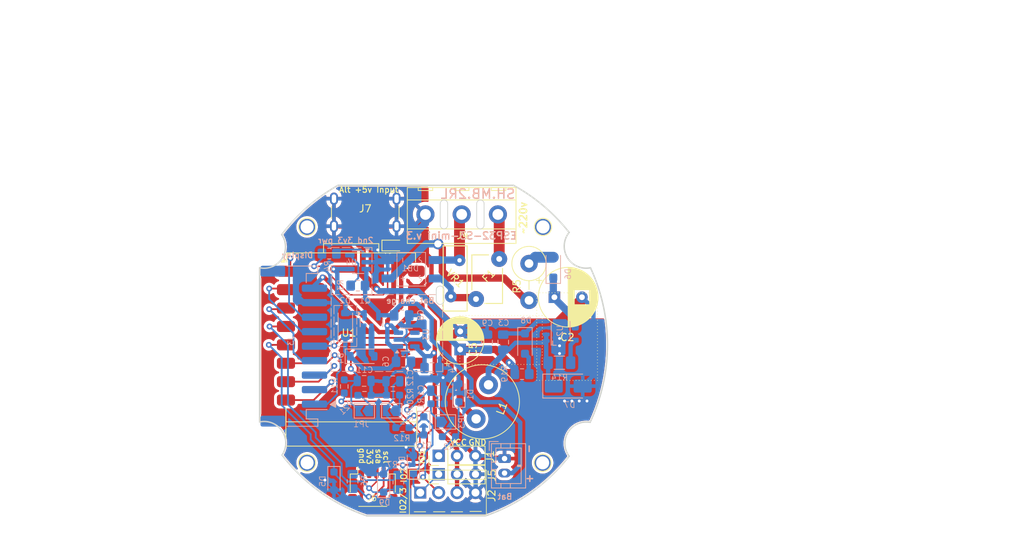
<source format=kicad_pcb>
(kicad_pcb (version 20241229) (generator "pcbnew") (generator_version "9.0")
  (title_block (title "SMHome univeral board ESP320-C3") (date "2023-10-01") (rev "12") (company "Home"))
  (layers (0 "F.Cu" signal) (2 "B.Cu" signal) (13 "F.Paste" user) (15 "B.Paste" user) (5 "F.SilkS" user "F.Silkscreen") (7 "B.SilkS" user "B.Silkscreen") (1 "F.Mask" user) (3 "B.Mask" user) (25 "Edge.Cuts" user))
  (net 0 "")
  (net 5 "GND")
  (net 6 "Net-(D6-K)")
  (net 7 "Net-(D7-K)")
  (net 8 "Net-(D8-K)")
  (net 9 "+5V")
  (net 10 "Net-(D6-A)")
  (net 11 "Net-(D8-A)")
  (net 12 "Net-(D11-K)")
  (net 13 "+220")
  (net 14 "L_fuse")
  (net 15 "N")
  (net 16 "L")
  (net 17 "Net-(U2-CS)")
  (net 18 "ADC3")
  (net 19 "Net-(D1-K)")
  (net 20 "Net-(JP3-A)")
  (net 21 "SS")
  (net 22 "MOSI")
  (net 23 "MISO")
  (net 24 "SCK")
  (net 25 "LED_PWM")
  (net 26 "RST")
  (net 27 "D{slash}C")
  (net 28 "ADC1")
  (net 29 "ADC2")
  (net 30 "Net-(D12-K)")
  (net 31 "Net-(JP1-A)")
  (net 32 "Net-(JP2-A)")
  (net 33 "SDA")
  (net 34 "SCL")
  (net 35 "+3V3")
  (net 39 "VCC")
  (net 40 "Net-(J8-Pin_2)")
  (net 41 "Net-(U4-PROG)")
  (net 42 "Net-(U4-STAT)")
  (net 43 "Net-(D3-K)")
  (net 44 "Net-(D4-A)")
  (footprint "Connector_PinHeader_2.54mm:PinHeader_1x03_P2.54mm_Vertical" (layer "F.Cu") (at 150.138 120.3706 90)
    (property "Reference" "J1")
    (property "Value" "K128_P3" (hide yes))
  )
  (footprint "Resistor_THT:R_Axial_DIN0414_L11.9mm_D4.5mm_P5.08mm_Vertical" (layer "F.Cu") (at 162.6108 93.8276 -90)
    (property "Reference" "R5")
    (property "Value" "10R")
  )
  (footprint "Connector_USB:USB_C_Receptacle_GCT_USB4125-xx-x_6P_TopMnt_Horizontal" (layer "F.Cu") (at 140.0048 85.6742 180)
    (property "Reference" "J7")
    (property "Value" "USB_C_Receptacle_PowerOnly_6P")
  )
  (footprint "Fuse_Local:RF145_D6.5mm_W4mm" (layer "F.Cu") (at 156.8196 96.0882 -90)
    (property "Reference" "F1")
    (property "Value" "250v/0.12A")
  )
  (footprint "TestPoint:TestPoint_THTPad_D2.0mm_Drill1.0mm" (layer "F.Cu") (at 164.5412 88.773)
    (property "Reference" "TP4" (hide yes))
    (property "Value" "TestPoint" (hide yes))
  )
  (footprint "LED_SMD:LED_0603_1608Metric_Pad1.05x0.95mm_HandSolder" (layer "F.Cu") (at 143.9672 91.3384)
    (property "Reference" "D3" (hide yes))
    (property "Value" "LED")
  )
  (footprint "Capacitor_THT:CP_Radial_D6.3mm_P2.50mm" (layer "F.Cu") (at 153.1112 105.6894 90)
    (property "Reference" "C5")
    (property "Value" "680uF")
  )
  (footprint "TestPoint:TestPoint_THTPad_D2.0mm_Drill1.0mm" (layer "F.Cu") (at 164.4904 121.3358)
    (property "Reference" "TP2" (hide yes))
    (property "Value" "TestPoint" (hide yes))
  )
  (footprint "Inductor_THT:L_Radial_D10.0mm_P5.00mm_Fastron_07P" (layer "F.Cu") (at 157.0228 110.5662 -110)
    (property "Reference" "L1")
    (property "Value" "320uH")
  )
  (footprint "Capacitor_THT:CP_Radial_D8.0mm_P3.80mm" (layer "F.Cu") (at 166.116 98.4758)
    (property "Reference" "C2")
    (property "Value" "4,7uF")
  )
  (footprint "TestPoint:TestPoint_THTPad_D2.0mm_Drill1.0mm" (layer "F.Cu") (at 131.9784 88.773)
    (property "Reference" "TP5" (hide yes))
    (property "Value" "TestPoint" (hide yes))
  )
  (footprint "WIFI_Module:ESP32-C3_Pro_mini_no_keepout" (layer "F.Cu") (at 138.0617 103.7844)
    (property "Reference" "U1")
    (property "Value" "ESP32 C3 Pro Mini")
  )
  (footprint "TerminalBlock_Degson:DG301-5.0-03P" (layer "F.Cu") (at 153.3144 87.0458 180)
    (property "Reference" "J4")
    (property "Value" "220V input Screw connector pitch 5мм")
  )
  (footprint "Connector_PinHeader_2.54mm:PinHeader_1x03_P2.54mm_Vertical" (layer "F.Cu") (at 150.138 122.9106 90)
    (property "Reference" "J5")
    (property "Value" "K128_P3" (hide yes))
  )
  (footprint "Varistor:RV_Disc_D9mm_W3.3mm_P5mm" (layer "F.Cu") (at 151.8158 98.385 90)
    (property "Reference" "VR1")
    (property "Value" "07D471K")
  )
  (footprint "TestPoint:TestPoint_THTPad_D2.0mm_Drill1.0mm" (layer "F.Cu") (at 131.9784 121.3358)
    (property "Reference" "TP3" (hide yes))
    (property "Value" "TestPoint" (hide yes))
  )
  (footprint "Connector_Phoenix_MPT:Phoenix Contact_MPT-0,5_4_2,54_P4" (layer "F.Cu") (at 151.384 125.4506)
    (property "Reference" "J2")
    (property "Value" "K128_P4")
  )
  (footprint "Connector_JST:JST_SH_SM04B-SRSS-TB_1x04-1MP_P1.00mm_Horizontal" (layer "F.Cu") (at 141.0462 124.6632)
    (property "Reference" "J6")
    (property "Value" "JST SH")
  )
  (footprint "Diode_SMD:D_SOD-323_HandSoldering" (layer "B.Cu") (at 152.9334 111.6584 90)
    (property "Reference" "D1")
    (property "Value" "PESD3V3L1BA")
  )
  (footprint "Diode_SMD:D_SOD-123" (layer "B.Cu") (at 137.2616 102.3112 90)
    (property "Reference" "D2")
    (property "Value" "1N5817WS")
  )
  (footprint "Resistor_SMD:R_0805_2012Metric_Pad1.20x1.40mm_HandSolder" (layer "B.Cu") (at 144.5768 124.0282 -90)
    (property "Reference" "R7")
    (property "Value" "4.7K")
  )
  (footprint "Resistor_SMD:R_0805_2012Metric_Pad1.20x1.40mm_HandSolder" (layer "B.Cu") (at 135.0264 92.456)
    (property "Reference" "R4")
    (property "Value" "470R")
  )
  (footprint "Diode_SMD:D_SMA" (layer "B.Cu") (at 168.021 110.744)
    (property "Reference" "D7")
    (property "Value" "ES1J")
  )
  (footprint "Jumper:SolderJumper-2_P1.3mm_Open_TrianglePad1.0x1.5mm" (layer "B.Cu") (at 139.8778 114.173 180)
    (property "Reference" "JP1")
    (property "Value" "to ADC" (hide yes))
  )
  (footprint "Package_SO_Local:SOT33-5" (layer "B.Cu") (at 166.9796 103.0478)
    (property "Reference" "U2")
    (property "Value" "BP2525F")
  )
  (footprint "Capacitor_SMD:C_0805_2012Metric" (layer "B.Cu") (at 143.8148 110.0836 180)
    (property "Reference" "C12")
    (property "Value" "100nF")
  )
  (footprint "Connector_JST:JST_PH_S9B-PH-SM4-TB_1x09-1MP_P2.00mm_Horizontal" (layer "B.Cu") (at 130.1496 105.2322 90)
    (property "Reference" "J3")
    (property "Value" "S8B-PH-SM4-TB")
  )
  (footprint "Diode_local:MBS" (layer "B.Cu") (at 146.3548 94.615 90)
    (property "Reference" "DB1")
    (property "Value" "MB8S")
  )
  (footprint "Jumper:SolderJumper-2_P1.3mm_Open_TrianglePad1.0x1.5mm" (layer "B.Cu") (at 151.0792 115.697)
    (property "Reference" "JP3")
    (property "Value" "to ADC" (hide yes))
  )
  (footprint "Resistor_SMD:R_1206_3216Metric_Pad1.30x1.75mm_HandSolder" (layer "B.Cu") (at 166.801199 107.5182 180)
    (property "Reference" "R14")
    (property "Value" "0,3")
  )
  (footprint "Capacitor_SMD:C_0805_2012Metric_Pad1.18x1.45mm_HandSolder" (layer "B.Cu") (at 145.288 107.3912)
    (property "Reference" "C6")
    (property "Value" "1uF")
  )
  (footprint "Capacitor_SMD:C_0805_2012Metric_Pad1.18x1.45mm_HandSolder" (layer "B.Cu") (at 145.034 100.9904)
    (property "Reference" "C8")
    (property "Value" "4.7uF")
  )
  (footprint "Capacitor_SMD:C_0805_2012Metric_Pad1.18x1.45mm_HandSolder" (layer "B.Cu") (at 156.8196 104.6734 90)
    (property "Reference" "C9")
    (property "Value" "4.7uF")
  )
  (footprint "Resistor_SMD:R_0603_1608Metric_Pad0.98x0.95mm_HandSolder" (layer "B.Cu") (at 145.1356 116.4844 180)
    (property "Reference" "R12")
    (property "Value" "600R")
  )
  (footprint "Capacitor_SMD:C_0805_2012Metric_Pad1.18x1.45mm_HandSolder" (layer "B.Cu") (at 149.225 108.2548)
    (property "Reference" "C4")
    (property "Value" "1uF")
  )
  (footprint "Connector_JST:JST_PH_B2B-PH-K_1x02_P2.00mm_Vertical" (layer "B.Cu") (at 159.2326 120.7516 -90)
    (property "Reference" "J8" (hide yes))
    (property "Value" "Bat")
  )
  (footprint "Diode_SMD:D_SOD-323_HandSoldering" (layer "B.Cu") (at 146.6596 121.5644 90)
    (property "Reference" "D11")
    (property "Value" "PESD3V3L1BA")
  )
  (footprint "Jumper:SolderJumper-2_P1.3mm_Open_TrianglePad1.0x1.5mm" (layer "B.Cu") (at 143.6624 114.1476 180)
    (property "Reference" "JP2")
    (property "Value" "to ADC" (hide yes))
  )
  (footprint "Resistor_SMD:R_0603_1608Metric_Pad0.98x0.95mm_HandSolder" (layer "B.Cu") (at 149.987 113.1824)
    (property "Reference" "R1")
    (property "Value" "1K")
  )
  (footprint "Diode_SMD:D_SOD-323_HandSoldering" (layer "B.Cu") (at 148.082 116.2304 -90)
    (property "Reference" "D12")
    (property "Value" "PESD3V3L1BA")
  )
  (footprint "Capacitor_SMD:C_0805_2012Metric_Pad1.18x1.45mm_HandSolder" (layer "B.Cu") (at 159.0548 104.6734 -90)
    (property "Reference" "C3")
    (property "Value" "1uF")
  )
  (footprint "Package_TO_SOT_SMD:SOT-23-5" (layer "B.Cu") (at 139.0142 93.6385 180)
    (property "Reference" "U4")
    (property "Value" "MCP73831/2")
  )
  (footprint "Diode_SMD:D_SOD-323_HandSoldering" (layer "B.Cu") (at 135.6868 123.8504 -90)
    (property "Reference" "D5")
    (property "Value" "PESD3V3L1BA")
  )
  (footprint "Resistor_SMD:R_0603_1608Metric_Pad0.98x0.95mm_HandSolder" (layer "B.Cu") (at 137.1092 110.7948 90)
    (property "Reference" "R11")
    (property "Value" "600R")
  )
  (footprint "Resistor_SMD:R_0805_2012Metric_Pad1.20x1.40mm_HandSolder" (layer "B.Cu") (at 138.9888 96.8756 180)
    (property "Reference" "R3")
    (property "Value" "2K")
  )
  (footprint "Resistor_SMD:R_0805_2012Metric_Pad1.20x1.40mm_HandSolder" (layer "B.Cu") (at 161.6456 109.093)
    (property "Reference" "R19")
    (property "Value" "100R")
  )
  (footprint "Diode_SMD:D_SOD-123F" (layer "B.Cu") (at 165.9636 94.361 90)
    (property "Reference" "D6")
    (property "Value" "1N4007W (A7)")
  )
  (footprint "Diode_SMD:D_SOD-123F" (layer "B.Cu") (at 162.052 104.8766 -90)
    (property "Reference" "D8")
    (property "Value" "E1J/FR107")
  )
  (footprint "Resistor_SMD:R_0603_1608Metric_Pad0.98x0.95mm_HandSolder" (layer "B.Cu") (at 139.9013 112.014 180)
    (property "Reference" "R21")
    (property "Value" "1K")
  )
  (footprint "Resistor_SMD:R_0805_2012Metric_Pad1.20x1.40mm_HandSolder" (layer "B.Cu") (at 138.2522 123.9012 -90)
    (property "Reference" "R6")
    (property "Value" "4.7K")
  )
  (footprint "Capacitor_SMD:C_0805_2012Metric" (layer "B.Cu") (at 149.987 111.379)
    (property "Reference" "C1")
    (property "Value" "100nF")
  )
  (footprint "Diode_SMD:D_SOD-123" (layer "B.Cu") (at 139.5984 106.6292)
    (property "Reference" "D4")
    (property "Value" "1N5817WS")
  )
  (footprint "Package_TO_SOT_SMD:SOT-23-5" (layer "B.Cu") (at 145.7143 104.327999)
    (property "Reference" "U3")
    (property "Value" "LP5907MFX-3.3")
  )
  (footprint "Package_TO_SOT_SMD:SOT-23" (layer "B.Cu") (at 140.8684 101.9048 -90)
    (property "Reference" "Q1")
    (property "Value" "IRLML6402")
  )
  (footprint "Diode_SMD:D_SOD-323_HandSoldering" (layer "B.Cu") (at 142.5448 124.1298 90)
    (property "Reference" "D9")
    (property "Value" "PESD3V3L1BA")
  )
  (footprint "Capacitor_SMD:C_0805_2012Metric" (layer "B.Cu") (at 139.8505 110.0328)
    (property "Reference" "C11")
    (property "Value" "100nF")
  )
  (footprint "Resistor_SMD:R_0603_1608Metric_Pad0.98x0.95mm_HandSolder" (layer "B.Cu") (at 143.8402 111.9886 180)
    (property "Reference" "R20")
    (property "Value" "1K")
  )
  (footprint "Resistor_SMD:R_0603_1608Metric_Pad0.98x0.95mm_HandSolder" (layer "B.Cu") (at 151.5618 117.729 180)
    (property "Reference" "R2")
    (property "Value" "600R")
  )
  (gr_rect (start 153.0604 101.00182) (end 164.4396 107.75822) (stroke (width 0.1) (type dot)) (fill no) (layer "F.SilkS"))
  (gr_rect (start 163.6776 97.8662) (end 172.0596 109.9566) (stroke (width 0.1) (type dot)) (fill no) (layer "F.SilkS"))
  (gr_line (start 135.3312 108.712) (end 138.9126 108.712) (stroke (width 0.1) (type dash)) (layer "B.SilkS"))
  (gr_poly (pts (xy 135.9408 112.7252) (xy 135.128 113.284) (xy 135.9408 113.6904)) (stroke (width 0.1)) (fill yes) (layer "B.SilkS"))
  (gr_line (start 135.2804 91.6432) (end 135.2804 91.8464) (stroke (width 0.1) (type dash)) (layer "B.SilkS"))
  (gr_line (start 135.27405 108.6104) (end 135.3185 94.0308) (stroke (width 0.1) (type dash)) (layer "B.SilkS"))
  (gr_line (start 146.8247 108.7247) (end 150.6601 108.7374) (stroke (width 0.1) (type dash)) (layer "B.SilkS"))
  (gr_rect (start 135.6868 99.6188) (end 138.8364 105.283) (stroke (width 0.1) (type dash)) (fill no) (layer "B.SilkS"))
  (gr_line (start 135.3185 91.6178) (end 140.9319 91.6178) (stroke (width 0.1) (type dash)) (layer "B.SilkS"))
  (gr_line (start 141.3637 108.7247) (end 145.1991 108.7374) (stroke (width 0.1) (type dash)) (layer "B.SilkS"))
  (gr_line (start 140.9319 98.1202) (end 140.9319 91.6178) (stroke (width 0.1) (type dash)) (layer "B.SilkS"))
  (gr_line (start 150.6982 108.7374) (end 150.6855 99.568) (stroke (width 0.1) (type dash)) (layer "B.SilkS"))
  (gr_line (start 135.3058 98.1202) (end 149.7076 98.1202) (stroke (width 0.1) (type dash)) (layer "B.SilkS"))
  (gr_line (start 125.4252 94.4118) (end 125.4252 115.697) (stroke (width 0.2)) (layer "Edge.Cuts"))
  (gr_arc (start 150.876 98.9838) (mid 150.33101 99.470224) (end 149.8092 98.959013) (stroke (width 0.1)) (layer "Edge.Cuts"))
  (gr_arc (start 156.4132 88.520978) (mid 155.902479 89.037914) (end 155.3878 88.524935) (stroke (width 0.1)) (layer "Edge.Cuts"))
  (gr_arc (start 160.4772 83.032601) (mid 164.641363 85.895963) (end 168.148 89.535) (stroke (width 0.2)) (layer "Edge.Cuts"))
  (gr_arc (start 168.148 120.4214) (mid 168.003105 117.097822) (end 171.0436 115.7478) (stroke (width 0.2)) (layer "Edge.Cuts"))
  (gr_arc (start 155.3878 85.570621) (mid 155.9005 85.057921) (end 156.4132 85.570621) (stroke (width 0.1)) (layer "Edge.Cuts"))
  (gr_arc (start 128.4732 89.8398) (mid 128.501404 93.160603) (end 125.4252 94.4118) (stroke (width 0.2)) (layer "Edge.Cuts"))
  (gr_arc (start 150.3586 85.570621) (mid 150.8713 85.057921) (end 151.384 85.570621) (stroke (width 0.1)) (layer "Edge.Cuts"))
  (gr_line (start 149.809199 97.461821) (end 149.8092 98.9584) (stroke (width 0.1)) (layer "Edge.Cuts"))
  (gr_arc (start 171.0944 94.4118) (mid 167.908383 93.008227) (end 168.148 89.535) (stroke (width 0.2)) (layer "Edge.Cuts"))
  (gr_line (start 150.3586 88.524935) (end 150.3586 85.570621) (stroke (width 0.1)) (layer "Edge.Cuts"))
  (gr_arc (start 149.809199 97.461821) (mid 150.349479 96.932447) (end 150.867999 97.483178) (stroke (width 0.1)) (layer "Edge.Cuts"))
  (gr_line (start 151.384 88.520978) (end 151.384 85.570621) (stroke (width 0.1)) (layer "Edge.Cuts"))
  (gr_arc (start 140.208 128.651) (mid 133.748061 125.321369) (end 128.524 120.269) (stroke (width 0.2)) (layer "Edge.Cuts"))
  (gr_arc (start 128.4732 89.8398) (mid 132.007968 86.034938) (end 136.2456 83.0326) (stroke (width 0.2)) (layer "Edge.Cuts"))
  (gr_line (start 155.3878 88.524935) (end 155.3878 85.570621) (stroke (width 0.1)) (layer "Edge.Cuts"))
  (gr_arc (start 151.384 88.520978) (mid 150.8733 89.037936) (end 150.3586 88.524935) (stroke (width 0.1)) (layer "Edge.Cuts"))
  (gr_arc (start 171.0944 94.4118) (mid 173.440464 105.085446) (end 171.0436 115.7478) (stroke (width 0.2)) (layer "Edge.Cuts"))
  (gr_line (start 156.4132 88.520978) (end 156.4132 85.570621) (stroke (width 0.1)) (layer "Edge.Cuts"))
  (gr_line (start 156.6164 128.651) (end 140.208 128.651) (stroke (width 0.2)) (layer "Edge.Cuts"))
  (gr_line (start 150.867999 97.483178) (end 150.876 98.9838) (stroke (width 0.1)) (layer "Edge.Cuts"))
  (gr_arc (start 125.4252 115.697) (mid 128.52209 116.934145) (end 128.524 120.269) (stroke (width 0.2)) (layer "Edge.Cuts"))
  (gr_arc (start 168.148 120.4214) (mid 162.97758 125.370468) (end 156.6164 128.651) (stroke (width 0.2)) (layer "Edge.Cuts"))
  (gr_line (start 136.2456 83.0326) (end 160.4772 83.0326) (stroke (width 0.2)) (layer "Edge.Cuts"))
  (gr_text "GND" (at 154.178 118.999 0) (layer "F.SilkS") (effects (font (size 0.8 0.8) (thickness 0.15) (bold yes)) (justify left bottom)))
  (gr_text "3v3" (at 140.1318 119.3292 -90) (layer "F.SilkS") (effects (font (size 0.8 0.8) (thickness 0.15) (bold yes)) (justify left bottom)))
  (gr_text "IO2/3" (at 145.6944 128.4224 90) (layer "F.SilkS") (effects (font (size 0.8 0.8) (thickness 0.15) (bold yes)) (justify left bottom)))
  (gr_text "scl" (at 142.4432 119.5832 -90) (layer "F.SilkS") (effects (font (size 0.8 0.8) (thickness 0.15) (bold yes)) (justify left bottom)))
  (gr_text "sda" (at 141.3764 119.3038 -90) (layer "F.SilkS") (effects (font (size 0.8 0.8) (thickness 0.15) (bold yes)) (justify left bottom)))
  (gr_text "gnd" (at 139.0904 119.2022 -90) (layer "F.SilkS") (effects (font (size 0.8 0.8) (thickness 0.15) (bold yes)) (justify left bottom)))
  (gr_text "VCC" (at 151.638 118.999 0) (layer "F.SilkS") (effects (font (size 0.8 0.8) (thickness 0.15) (bold yes)) (justify left bottom)))
  (gr_text "~220v" (at 162.4076 89.789 90) (layer "F.SilkS") (effects (font (size 1 1) (thickness 0.2) (bold yes)) (justify left bottom)))
  (gr_text "Alt +5v Input" (at 136.2964 84.0994 0) (layer "F.SilkS") (effects (font (size 0.8 0.8) (thickness 0.15) (bold yes)) (justify left bottom)))
  (gr_text "IO2" (at 145.796 124.1552 90) (layer "F.SilkS") (effects (font (size 0.8 0.8) (thickness 0.15) (bold yes)) (justify left bottom)))
  (gr_text "IO1" (at 148.3106 121.5898 90) (layer "F.SilkS") (effects (font (size 0.8 0.8) (thickness 0.15) (bold yes)) (justify left bottom)))
  (gr_text "2nd 3v3 pwr" (at 141.224 91.1098 0) (layer "B.SilkS") (effects (font (size 0.8 0.8) (thickness 0.15) (bold yes)) (justify left bottom mirror)))
  (gr_text " ESP32-S3-mini v.3" (at 161.798 90.5764 0) (layer "B.SilkS") (effects (font (size 1 1) (thickness 0.2) (bold yes)) (justify left bottom mirror)))
  (gr_text "Display" (at 132.8928 93.1418 0) (layer "B.SilkS") (effects (font (size 0.8 0.8) (thickness 0.15) (bold yes)) (justify left bottom mirror)))
  (gr_text "SH.MB.2RL" (at 160.8328 84.9884 0) (layer "B.SilkS") (effects (font (size 1.308608 1.308608) (thickness 0.2)) (justify left bottom mirror)))
  (gr_text "Bat charge" (at 149.6314 99.4156 0) (layer "B.SilkS") (effects (font (size 0.8 0.8) (thickness 0.15) (bold yes)) (justify left bottom mirror)))
  (gr_text "Bat" (at 160.3756 126.4666 0) (layer "B.SilkS") (effects (font (size 0.8 0.8) (thickness 0.15) (bold yes)) (justify left bottom mirror)))
  (gr_text "+" (at 163.4744 124.0282 0) (layer "B.SilkS") (effects (font (size 1 1) (thickness 0.2) (bold yes)) (justify left bottom mirror)))
  (gr_text "-" (at 163.145168 118.646919 90) (layer "B.SilkS") (effects (font (size 1 1) (thickness 0.2) (bold yes)) (justify left bottom mirror)))
  (segment (start 155.217999 120.3706) (end 155.497399 120.65) (width 0.6) (layer "F.Cu") (net 5))
  (segment (start 147.364 97.4344) (end 153.1112 103.1816) (width 0.6) (layer "F.Cu") (net 5))
  (segment (start 139.5462 121.888201) (end 142.257601 119.1768) (width 0.6) (layer "F.Cu") (net 5))
  (segment (start 152.3854 103.1894) (end 153.1112 103.1894) (width 0.6) (layer "F.Cu") (net 5))
  (segment (start 155.497399 120.65) (end 159.131 120.65) (width 0.6) (layer "F.Cu") (net 5))
  (segment (start 169.916 98.816) (end 169.916 98.4758) (width 1.5) (layer "F.Cu") (net 5))
  (segment (start 148.0058 97.4344) (end 149.1488 96.2914) (width 0.6) (layer "F.Cu") (net 5))
  (segment (start 165.5426 103.1894) (end 169.916 98.816) (width 1.5) (layer "F.Cu") (net 5))
  (segment (start 149.1488 93.218) (end 147.447 91.5162) (width 0.6) (layer "F.Cu") (net 5))
  (segment (start 153.1112 103.1816) (end 153.1112 103.1894) (width 0.6) (layer "F.Cu") (net 5))
  (segment (start 147.447 91.5162) (end 147.447 87.9132) (width 0.6) (layer "F.Cu") (net 5))
  (segment (start 155.3464 122.6058) (end 155.2448 122.7074) (width 0.6) (layer "F.Cu") (net 5))
  (segment (start 147.0617 97.4344) (end 148.0058 97.4344) (width 0.6) (layer "F.Cu") (net 5))
  (segment (start 153.1112 103.1894) (end 165.5426 103.1894) (width 1.5) (layer "F.Cu") (net 5))
  (segment (start 147.447 87.9132) (end 148.3144 87.0458) (width 0.6) (layer "F.Cu") (net 5))
  (segment (start 139.5462 122.6632) (end 139.5462 121.888201) (width 0.6) (layer "F.Cu") (net 5))
  (segment (start 150.7451 109.5756) (end 150.7451 104.8297) (width 0.6) (layer "F.Cu") (net 5))
  (segment (start 150.7451 109.5756) (end 150.7451 115.897701) (width 0.6) (layer "F.Cu") (net 5))
  (segment (start 139.5462 122.6632) (end 135.5024 122.6632) (width 0.6) (layer "F.Cu") (net 5))
  (segment (start 149.1488 96.2914) (end 149.1488 93.218) (width 0.6) (layer "F.Cu") (net 5))
  (segment (start 150.7451 104.8297) (end 152.3854 103.1894) (width 0.6) (layer "F.Cu") (net 5))
  (segment (start 142.257601 119.1768) (end 145.6436 119.1768) (width 0.6) (layer "F.Cu") (net 5))
  (segment (start 135.5024 122.6632) (end 134.4422 123.7234) (width 0.6) (layer "F.Cu") (net 5))
  (segment (start 159.131 120.65) (end 159.2326 120.7516) (width 0.6) (layer "F.Cu") (net 5))
  (segment (start 150.7451 115.897701) (end 155.217999 120.3706) (width 0.6) (layer "F.Cu") (net 5))
  (segment (start 147.0617 97.4344) (end 147.364 97.4344) (width 0.6) (layer "F.Cu") (net 5))
  (via (at 136.0678 102.108) (size 0.8) (drill 0.4) (layers "F.Cu" "B.Cu") (net 5))
  (via (at 167.513 112.8014) (size 0.8) (drill 0.4) (layers "F.Cu" "B.Cu") (net 5))
  (via (at 166.8272 105.1814) (size 0.8) (drill 0.4) (layers "F.Cu" "B.Cu") (net 5))
  (via (at 141.732 91.948) (size 0.8) (drill 0.4) (layers "F.Cu" "B.Cu") (net 5))
  (via (at 169.545 112.8014) (size 0.8) (drill 0.4) (layers "F.Cu" "B.Cu") (net 5))
  (via (at 134.4422 123.7234) (size 0.8) (drill 0.4) (layers "F.Cu" "B.Cu") (net 5))
  (via (at 166.8272 104.1654) (size 0.8) (drill 0.4) (layers "F.Cu" "B.Cu") (net 5))
  (via (at 166.8272 106.2482) (size 0.8) (drill 0.4) (layers "F.Cu" "B.Cu") (net 5))
  (via (at 170.6118 112.8014) (size 0.8) (drill 0.4) (layers "F.Cu" "B.Cu") (net 5))
  (via (at 168.529 112.8014) (size 0.8) (drill 0.4) (layers "F.Cu" "B.Cu") (net 5))
  (via (at 145.6436 119.1768) (size 0.8) (drill 0.4) (layers "F.Cu" "B.Cu") (net 5))
  (via (at 150.7451 109.5756) (size 0.8) (drill 0.4) (layers "F.Cu" "B.Cu") (net 5))
  (segment (start 142.9277 111.9886) (end 140.8392 111.9886) (width 0.25) (layer "B.Cu") (net 5))
  (segment (start 150.936999 111.379) (end 151.962801 111.379) (width 0.6) (layer "B.Cu") (net 5))
  (segment (start 140.5382 90.7542) (end 133.1976 90.7542) (width 0.8) (layer "B.Cu") (net 5))
  (segment (start 150.2625 109.093) (end 150.7451 109.5756) (width 0.6) (layer "B.Cu") (net 5))
  (segment (start 146.0715 100.9904) (end 145.7198 101.3421) (width 0.25) (layer "B.Cu") (net 5))
  (segment (start 140.8138 110.046101) (end 140.800499 110.0328) (width 0.25) (layer "B.Cu") (net 5))
  (segment (start 140.800499 110.0328) (end 142.814001 110.0328) (width 0.25) (layer "B.Cu") (net 5))
  (segment (start 144.134801 108.8136) (end 144.9031 108.8136) (width 0.25) (layer "B.Cu") (net 5))
  (segment (start 148.082 117.480399) (end 147.543201 117.480399) (width 0.25) (layer "B.Cu") (net 5))
  (segment (start 145.1102 120.314401) (end 142.5448 122.879801) (width 0.25) (layer "B.Cu") (net 5))
  (segment (start 131.3942 93.505586) (end 130.429 94.470786) (width 0.8) (layer "B.Cu") (net 5))
  (segment (start 133.1976 90.7542) (end 131.3942 92.5576) (width 0.8) (layer "B.Cu") (net 5))
  (segment (start 144.5768 104.327999) (end 145.018799 104.327999) (width 0.25) (layer "B.Cu") (net 5))
  (segment (start 145.018799 104.327999) (end 145.7452 105.0544) (width 0.25) (layer "B.Cu") (net 5))
  (segment (start 155.218 125.4506) (end 153.3892 127.2794) (width 0.2) (layer "B.Cu") (net 5))
  (segment (start 130.429 98.1964) (end 131.4648 99.2322) (width 0.8) (layer "B.Cu") (net 5))
  (segment (start 145.7452 105.0544) (end 145.7452 106.8109) (width 0.25) (layer "B.Cu") (net 5))
  (segment (start 147.543201 117.480399) (end 146.6596 118.364) (width 0.25) (layer "B.Cu") (net 5))
  (segment (start 145.6436 119.298401) (end 146.6596 120.314401) (width 0.2) (layer "B.Cu") (net 5))
  (segment (start 140.8392 111.9886) (end 140.8138 112.014) (width 0.25) (layer "B.Cu") (net 5))
  (segment (start 150.7451 109.5756) (end 150.7451 111.187101) (width 0.6) (layer "B.Cu") (net 5))
  (segment (start 145.7198 103.6066) (end 144.998401 104.327999) (width 0.25) (layer "B.Cu") (net 5))
  (segment (start 131.4648 99.2322) (end 132.9996 99.2322) (width 0.8) (layer "B.Cu") (net 5))
  (segment (start 145.6436 119.1768) (end 145.6436 119.298401) (width 0.2) (layer "B.Cu") (net 5))
  (segment (start 155.217999 122.9106) (end 155.2448 122.937401) (width 0.6) (layer "B.Cu") (net 5))
  (segment (start 153.3892 127.2794) (end 137.865801 127.2794) (width 0.2) (layer "B.Cu") (net 5))
  (segment (start 145.623599 90.988199) (end 148.3144 88.297398) (width 1) (layer "B.Cu") (net 5))
  (segment (start 155.217999 120.499001) (end 155.3464 120.3706) (width 0.6) (layer "B.Cu") (net 5))
  (segment (start 146.6596 120.314401) (end 146.6596 120.7516) (width 0.25) (layer "B.Cu") (net 5))
  (segment (start 171.5008 100.0606) (end 171.5008 109.264201) (width 0.6) (layer "B.Cu") (net 5))
  (segment (start 141.732 91.972199) (end 143.1048 93.344999) (width 0.8) (layer "B.Cu") (net 5))
  (segment (start 140.8138 112.014) (end 140.8138 110.046101) (width 0.25) (layer "B.Cu") (net 5))
  (segment (start 146.6596 118.364) (end 146.6596 120.314401) (width 0.25) (layer "B.Cu") (net 5))
  (segment (start 146.3255 108.6573) (end 146.3255 107.3912) (width 0.6) (layer "B.Cu") (net 5))
  (segment (start 153.1112 103.1894) (end 156.3731 103.1894) (width 0.8) (layer "B.Cu") (net 5))
  (segment (start 150.936999 111.379) (end 150.936999 113.144901) (width 0.6) (layer "B.Cu") (net 5))
  (segment (start 150.7451 109.5756) (end 147.2438 109.5756) (width 0.6) (layer "B.Cu") (net 5))
  (segment (start 130.429 94.470786) (end 130.429 98.1964) (width 0.8) (layer "B.Cu") (net 5))
  (segment (start 150.936999 113.144901) (end 150.8995 113.1824) (width 0.6) (layer "B.Cu") (net 5))
  (segment (start 142.864801 111.925701) (end 142.9277 111.9886) (width 0.25) (layer "B.Cu") (net 5))
  (segment (start 146.6596 120.314401) (end 145.1102 120.314401) (width 0.25) (layer "B.Cu") (net 5))
  (segment (start 134.4422 123.7234) (end 134.4422 123.855799) (width 0.2) (layer "B.Cu") (net 5))
  (segment (start 151.962801 111.379) (end 152.9334 110.408401) (width 0.6) (layer "B.Cu") (net 5))
  (segment (start 155.217999 120.3706) (end 155.448 120.3706) (width 0.6) (layer "B.Cu") (net 5))
  (segment (start 141.732 91.948) (end 140.5382 90.7542) (width 0.8) (layer "B.Cu") (net 5))
  (segment (start 169.916 98.4758) (end 171.5008 100.0606) (width 0.6) (layer "B.Cu") (net 5))
  (segment (start 171.5008 109.264201) (end 170.021001 110.744) (width 0.6) (layer "B.Cu") (net 5))
  (segment (start 155.217999 122.9106) (end 155.217999 120.499001) (width 0.6) (layer "B.Cu") (net 5))
  (segment (start 137.865801 127.2794) (end 135.6868 125.100399) (width 0.2) (layer "B.Cu") (net 5))
  (segment (start 145.7198 101.3421) (end 145.7198 103.6066) (width 0.25) (layer "B.Cu") (net 5))
  (segment (start 155.2448 122.937401) (end 155.2448 125.2474) (width 0.6) (layer "B.Cu") (net 5))
  (segment (start 131.3942 92.5576) (end 131.3942 93.505586) (width 0.8) (layer "B.Cu") (net 5))
  (segment (start 148.3144 88.297398) (end 148.3144 87.0458) (width 1) (layer "B.Cu") (net 5))
  (segment (start 143.266799 93.344999) (end 145.623599 90.988199) (width 1) (layer "B.Cu") (net 5))
  (segment (start 145.7452 106.8109) (end 146.3255 107.3912) (width 0.25) (layer "B.Cu") (net 5))
  (segment (start 140.1517 93.6385) (end 142.811299 93.6385) (width 0.6) (layer "B.Cu") (net 5))
  (segment (start 134.4422 123.855799) (end 135.6868 125.100399) (width 0.2) (layer "B.Cu") (net 5))
  (segment (start 141.732 91.948) (end 141.732 91.972199) (width 0.8) (layer "B.Cu") (net 5))
  (segment (start 150.2625 108.2548) (end 150.2625 109.093) (width 0.6) (layer "B.Cu") (net 5))
  (segment (start 150.7451 111.187101) (end 150.936999 111.379) (width 0.6) (layer "B.Cu") (net 5))
  (segment (start 144.9031 108.8136) (end 146.3255 107.3912) (width 0.25) (layer "B.Cu") (net 5))
  (segment (start 142.811299 93.6385) (end 143.1048 93.344999) (width 0.25) (layer "B.Cu") (net 5))
  (segment (start 142.864801 110.0836) (end 144.134801 108.8136) (width 0.25) (layer "B.Cu") (net 5))
  (segment (start 156.3731 103.1894) (end 156.8196 103.6359) (width 0.8) (layer "B.Cu") (net 5))
  (segment (start 144.998401 104.327999) (end 144.5768 104.327999) (width 0.25) (layer "B.Cu") (net 5))
  (segment (start 142.814001 110.0328) (end 142.864801 110.0836) (width 0.25) (layer "B.Cu") (net 5))
  (segment (start 147.2438 109.5756) (end 146.3255 108.6573) (width 0.6) (layer "B.Cu") (net 5))
  (segment (start 142.864801 110.0836) (end 142.864801 111.925701) (width 0.25) (layer "B.Cu") (net 5))
  (segment (start 145.084799 91.526999) (end 145.623599 90.988199) (width 0.8) (layer "B.Cu") (net 5))
  (segment (start 168.9796 101.4918) (end 168.9796 102.3478) (width 1) (layer "B.Cu") (net 6))
  (segment (start 166.116 98.4758) (end 166.116 98.6282) (width 1) (layer "B.Cu") (net 6))
  (segment (start 166.116 98.6282) (end 168.9796 101.4918) (width 1) (layer "B.Cu") (net 6))
  (segment (start 165.9636 95.760999) (end 165.9636 98.3234) (width 1) (layer "B.Cu") (net 6))
  (segment (start 165.9636 98.3234) (end 166.116 98.4758) (width 1) (layer "B.Cu") (net 6))
  (segment (start 164.9796 107.246602) (end 165.251198 107.5182) (width 0.6) (layer "B.Cu") (net 7))
  (segment (start 164.9796 104.507799) (end 164.9796 103.6078) (width 0.6) (layer "B.Cu") (net 7))
  (segment (start 159.7953 105.7109) (end 159.0548 105.7109) (width 0.6) (layer "B.Cu") (net 7))
  (segment (start 165.251198 107.5182) (end 165.251198 109.974199) (width 0.6) (layer "B.Cu") (net 7))
  (segment (start 160.748401 104.757799) (end 159.7953 105.7109) (width 0.6) (layer "B.Cu") (net 7))
  (segment (start 157.0228 108.3818) (end 157.0228 110.5662) (width 0.8) (layer "B.Cu") (net 7))
  (segment (start 164.7296 104.757799) (end 160.748401 104.757799) (width 0.6) (layer "B.Cu") (net 7))
  (segment (start 164.9796 104.507799) (end 164.9796 107.246602) (width 0.6) (layer "B.Cu") (net 7))
  (segment (start 159.0548 105.7109) (end 159.0548 106.3498) (width 0.8) (layer "B.Cu") (net 7))
  (segment (start 159.0548 106.3498) (end 157.0228 108.3818) (width 0.8) (layer "B.Cu") (net 7))
  (segment (start 164.9796 104.507799) (end 164.7296 104.757799) (width 0.6) (layer "B.Cu") (net 7))
  (segment (start 165.251198 109.974199) (end 166.020999 110.744) (width 0.6) (layer "B.Cu") (net 7))
  (segment (start 163.720801 101.8078) (end 162.052 103.476601) (width 0.6) (layer "B.Cu") (net 8))
  (segment (start 162.052 103.476601) (end 159.214099 103.476601) (width 0.6) (layer "B.Cu") (net 8))
  (segment (start 164.9796 101.8078) (end 163.720801 101.8078) (width 0.6) (layer "B.Cu") (net 8))
  (segment (start 159.214099 103.476601) (end 159.0548 103.6359) (width 0.6) (layer "B.Cu") (net 8))
  (segment (start 141.5248 89.5818) (end 142.0876 90.1446) (width 0.25) (layer "F.Cu") (net 9))
  (segment (start 159.8676 107.4928) (end 159.8168 107.4928) (width 1) (layer "F.Cu") (net 9))
  (segment (start 158.0134 105.6894) (end 153.1112 105.6894) (width 1) (layer "F.Cu") (net 9))
  (segment (start 142.0876 90.1446) (end 143.648399 90.1446) (width 0.25) (layer "F.Cu") (net 9))
  (segment (start 159.8168 107.4928) (end 158.0134 105.6894) (width 1) (layer "F.Cu") (net 9))
  (segment (start 141.5248 89.793) (end 141.5248 88.7542) (width 0.8) (layer "F.Cu") (net 9))
  (segment (start 141.5796 97.3328) (end 139.6746 95.4278) (width 0.8) (layer "F.Cu") (net 9))
  (segment (start 139.2936 91.4146) (end 138.4848 90.6058) (width 0.8) (layer "F.Cu") (net 9))
  (segment (start 154.727962 115.8494) (end 155.312699 115.264663) (width 0.6) (layer "F.Cu") (net 9))
  (segment (start 139.9032 91.4146) (end 139.2936 91.4146) (width 0.8) (layer "F.Cu") (net 9))
  (segment (start 140.466 90.8518) (end 139.9032 91.4146) (width 0.8) (layer "F.Cu") (net 9))
  (segment (start 143.648399 90.1446) (end 144.842199 91.3384) (width 0.25) (layer "F.Cu") (net 9))
  (segment (start 155.312699 115.264663) (end 156.210537 115.264663) (width 0.25) (layer "F.Cu") (net 9))
  (segment (start 139.6746 91.6432) (end 140.466 90.8518) (width 0.8) (layer "F.Cu") (net 9))
  (segment (start 153.1112 113.063164) (end 155.312699 115.264663) (width 1) (layer "F.Cu") (net 9))
  (segment (start 138.8364 94.5896) (end 141.5796 97.3328) (width 1) (layer "F.Cu") (net 9))
  (segment (start 153.1112 105.6894) (end 153.1112 113.063164) (width 1) (layer "F.Cu") (net 9))
  (segment (start 135.636 94.5896) (end 138.8364 94.5896) (width 1) (layer "F.Cu") (net 9))
  (segment (start 140.466 90.8518) (end 141.5248 89.793) (width 0.8) (layer "F.Cu") (net 9))
  (segment (start 138.4848 90.6058) (end 138.4848 88.7542) (width 0.8) (layer "F.Cu") (net 9))
  (segment (start 139.6746 95.4278) (end 139.6746 91.6432) (width 0.8) (layer "F.Cu") (net 9))
  (segment (start 141.5248 88.7542) (end 141.5248 89.5818) (width 0.25) (layer "F.Cu") (net 9))
  (via (at 159.8676 107.4928) (size 0.8) (drill 0.4) (layers "F.Cu" "B.Cu") (net 9))
  (via (at 135.636 94.5896) (size 0.8) (drill 0.4) (layers "F.Cu" "B.Cu") (net 9))
  (via (at 141.5796 97.3328) (size 0.8) (drill 0.4) (layers "F.Cu" "B.Cu") (net 9))
  (segment (start 151.257 103.759) (end 153.1112 105.6132) (width 0.8) (layer "B.Cu") (net 9))
  (segment (start 135.637101 94.588499) (end 135.636 94.5896) (width 0.25) (layer "B.Cu") (net 9))
  (segment (start 159.8676 107.4928) (end 160.6456 108.2708) (width 1) (layer "B.Cu") (net 9))
  (segment (start 155.312699 115.264663) (end 155.211099 115.264663) (width 0.6) (layer "B.Cu") (net 9))
  (segment (start 160.6456 108.2708) (end 160.6456 109.093) (width 1) (layer "B.Cu") (net 9))
  (segment (start 147.2946 97.6122) (end 151.257 101.5746) (width 0.8) (layer "B.Cu") (net 9))
  (segment (start 141.5796 97.3328) (end 141.859 97.6122) (width 0.8) (layer "B.Cu") (net 9))
  (segment (start 153.1112 105.6132) (end 153.1112 105.6894) (width 0.8) (layer "B.Cu") (net 9))
  (segment (start 156.7981 105.6894) (end 156.8196 105.7109) (width 0.8) (layer "B.Cu") (net 9))
  (segment (start 137.8767 94.588499) (end 135.637101 94.588499) (width 0.6) (layer "B.Cu") (net 9))
  (segment (start 139.6123 100.6612) (end 139.9184 100.9673) (width 0.6) (layer "B.Cu") (net 9))
  (segment (start 155.312699 115.264663) (end 155.550137 115.264663) (width 0.6) (layer "B.Cu") (net 9))
  (segment (start 141.859 97.6122) (end 147.2946 97.6122) (width 0.8) (layer "B.Cu") (net 9))
  (segment (start 136.144 95.0976) (end 136.144 97.9424) (width 0.6) (layer "B.Cu") (net 9))
  (segment (start 151.257 101.5746) (end 151.257 103.759) (width 0.8) (layer "B.Cu") (net 9))
  (segment (start 135.636 94.5896) (end 136.144 95.0976) (width 0.6) (layer "B.Cu") (net 9))
  (segment (start 137.2616 100.6612) (end 139.6123 100.6612) (width 0.6) (layer "B.Cu") (net 9))
  (segment (start 137.2616 99.06) (end 137.2616 100.6612) (width 0.6) (layer "B.Cu") (net 9))
  (segment (start 136.144 97.9424) (end 137.2616 99.06) (width 0.6) (layer "B.Cu") (net 9))
  (segment (start 153.1112 105.6894) (end 156.7981 105.6894) (width 0.8) (layer "B.Cu") (net 9))
  (segment (start 163.477399 92.961001) (end 165.9636 92.961001) (width 1.5) (layer "B.Cu") (net 10))
  (segment (start 162.6108 93.8276) (end 163.477399 92.961001) (width 1.5) (layer "B.Cu") (net 10))
  (segment (start 162.56 106.784599) (end 162.56 109.0074) (width 0.6) (layer "B.Cu") (net 11))
  (segment (start 162.56 109.0074) (end 162.6456 109.093) (width 0.6) (layer "B.Cu") (net 11))
  (segment (start 162.052 106.276599) (end 162.56 106.784599) (width 0.6) (layer "B.Cu") (net 11))
  (segment (start 143.256 112.8522) (end 136.7028 112.8522) (width 0.2) (layer "F.Cu") (net 12))
  (segment (start 147.5486 117.1448) (end 143.256 112.8522) (width 0.2) (layer "F.Cu") (net 12))
  (segment (start 147.598 125.4506) (end 147.4836 125.3362) (width 0.2) (layer "F.Cu") (net 12))
  (segment (start 147.5486 118.999) (end 147.5486 117.1448) (width 0.2) (layer "F.Cu") (net 12))
  (via (at 147.5486 118.999) (size 0.8) (drill 0.4) (layers "F.Cu" "B.Cu") (net 12))
  (via (at 136.7028 112.8522) (size 0.8) (drill 0.4) (layers "F.Cu" "B.Cu") (net 12))
  (segment (start 147.4596 122.014399) (end 146.6596 122.814399) (width 0.2) (layer "B.Cu") (net 12))
  (segment (start 146.6596 124.5122) (end 147.598 125.4506) (width 0.25) (layer "B.Cu") (net 12))
  (segment (start 146.8106 124.6632) (end 147.598 125.4506) (width 0.2) (layer "B.Cu") (net 12))
  (segment (start 147.5486 118.999) (end 147.4596 119.088) (width 0.2) (layer "B.Cu") (net 12))
  (segment (start 136.7028 112.8522) (end 137.1092 112.4458) (width 0.2) (layer "B.Cu") (net 12))
  (segment (start 147.4596 119.088) (end 147.4596 122.014399) (width 0.2) (layer "B.Cu") (net 12))
  (segment (start 146.6596 122.814399) (end 146.6596 124.5122) (width 0.25) (layer "B.Cu") (net 12))
  (segment (start 137.1092 112.4458) (end 137.1092 111.7073) (width 0.2) (layer "B.Cu") (net 12))
  (segment (start 147.598 125.4506) (end 150.138 122.9106) (width 0.2) (layer "B.Cu") (net 12))
  (segment (start 150.0378 91.1098) (end 150.6474 91.7194) (width 1) (layer "F.Cu") (net 13))
  (segment (start 162.2298 98.907599) (end 162.6108 98.907599) (width 1) (layer "F.Cu") (net 13))
  (segment (start 150.6474 91.7194) (end 150.6474 94.9198) (width 1) (layer "F.Cu") (net 13))
  (segment (start 151.5618 95.8342) (end 159.156401 95.8342) (width 1) (layer "F.Cu") (net 13))
  (segment (start 150.6474 94.9198) (end 151.5618 95.8342) (width 1) (layer "F.Cu") (net 13))
  (segment (start 159.156401 95.8342) (end 162.2298 98.907599) (width 1) (layer "F.Cu") (net 13))
  (via (at 150.0378 91.1098) (size 1.5) (drill 1) (layers "F.Cu" "B.Cu") (net 13))
  (segment (start 148.4122 91.1098) (end 143.636999 95.885001) (width 1) (layer "B.Cu") (net 13))
  (segment (start 150.0378 91.1098) (end 148.4122 91.1098) (width 1) (layer "B.Cu") (net 13))
  (segment (start 143.636999 95.885001) (end 143.1048 95.885001) (width 1) (layer "B.Cu") (net 13))
  (segment (start 154.8492 98.5374) (end 155.0416 98.7298) (width 1) (layer "F.Cu") (net 14))
  (segment (start 151.8158 98.385) (end 151.9682 98.5374) (width 1) (layer "F.Cu") (net 14))
  (segment (start 151.9682 98.5374) (end 154.8492 98.5374) (width 1) (layer "F.Cu") (net 14))
  (segment (start 149.6048 95.885001) (end 150.444201 95.885001) (width 0.8) (layer "B.Cu") (net 14))
  (segment (start 150.444201 95.885001) (end 151.8158 97.2566) (width 0.8) (layer "B.Cu") (net 14))
  (segment (start 151.8158 97.2566) (end 151.8158 98.385) (width 0.8) (layer "B.Cu") (net 14))
  (segment (start 153.0158 87.3444) (end 153.3144 87.0458) (width 1.5) (layer "F.Cu") (net 15))
  (segment (start 153.0158 93.385) (end 153.0158 87.3444) (width 1.5) (layer "F.Cu") (net 15))
  (segment (start 153.0158 93.385) (end 152.975799 93.344999) (width 1) (layer "B.Cu") (net 15))
  (segment (start 152.975799 93.344999) (end 149.6048 93.344999) (width 1) (layer "B.Cu") (net 15))
  (segment (start 158.496 93.1926) (end 158.496 87.2274) (width 1.5) (layer "F.Cu") (net 16))
  (segment (start 158.496 87.2274) (end 158.3144 87.0458) (width 1.5) (layer "F.Cu") (net 16))
  (segment (start 168.3512 107.5182) (end 168.3512 105.0362) (width 0.6) (layer "B.Cu") (net 17))
  (segment (start 168.3512 105.0362) (end 168.9796 104.4078) (width 0.6) (layer "B.Cu") (net 17))
  (segment (start 146.7358 114.8334) (end 147.4978 114.8334) (width 0.2) (layer "F.Cu") (net 18))
  (segment (start 148.7932 113.538) (end 148.7932 111.3028) (width 0.2) (layer "F.Cu") (net 18))
  (segment (start 148.7932 111.3028) (end 147.6248 110.1344) (width 0.2) (layer "F.Cu") (net 18))
  (segment (start 147.6248 110.1344) (end 147.0617 110.1344) (width 0.2) (layer "F.Cu") (net 18))
  (segment (start 147.4978 114.8334) (end 148.7932 113.538) (width 0.2) (layer "F.Cu") (net 18))
  (via (at 146.7358 114.8334) (size 0.8) (drill 0.4) (layers "F.Cu" "B.Cu") (net 18))
  (segment (start 143.8656 112.6236) (end 142.937401 113.551799) (width 0.25) (layer "B.Cu") (net 18))
  (segment (start 144.5514 116.4844) (end 144.2231 116.4844) (width 0.25) (layer "B.Cu") (net 18))
  (segment (start 143.8656 110.678) (end 143.8656 112.6236) (width 0.25) (layer "B.Cu") (net 18))
  (segment (start 144.764799 110.0836) (end 144.596147 110.0836) (width 0.25) (layer "B.Cu") (net 18))
  (segment (start 146.6712 114.898) (end 146.1378 114.898) (width 0.25) (layer "B.Cu") (net 18))
  (segment (start 146.1378 114.898) (end 144.5514 116.4844) (width 0.25) (layer "B.Cu") (net 18))
  (segment (start 142.937401 114.845001) (end 144.2231 116.1307) (width 0.25) (layer "B.Cu") (net 18))
  (segment (start 144.2231 116.1307) (end 144.2231 116.4844) (width 0.25) (layer "B.Cu") (net 18))
  (segment (start 143.9604 110.5832) (end 143.8656 110.678) (width 0.25) (layer "B.Cu") (net 18))
  (segment (start 144.459999 110.0836) (end 143.8672 110.676399) (width 0.25) (layer "B.Cu") (net 18))
  (segment (start 144.764799 110.0836) (end 144.459999 110.0836) (width 0.25) (layer "B.Cu") (net 18))
  (segment (start 142.937401 113.551799) (end 142.937401 114.1476) (width 0.25) (layer "B.Cu") (net 18))
  (segment (start 142.937401 114.1476) (end 142.937401 114.845001) (width 0.25) (layer "B.Cu") (net 18))
  (segment (start 146.7358 114.8334) (end 146.6712 114.898) (width 0.25) (layer "B.Cu") (net 18))
  (segment (start 150.138 120.0653) (end 150.138 120.3706) (width 0.25) (layer "B.Cu") (net 19))
  (segment (start 152.4743 117.729) (end 152.888199 117.315101) (width 0.25) (layer "B.Cu") (net 19))
  (segment (start 152.4743 117.729) (end 150.138 120.0653) (width 0.25) (layer "B.Cu") (net 19))
  (segment (start 152.888199 112.9536) (end 152.9334 112.908399) (width 0.25) (layer "B.Cu") (net 19))
  (segment (start 152.888199 117.315101) (end 152.888199 112.9536) (width 0.25) (layer "B.Cu") (net 19))
  (segment (start 149.0745 114.417299) (end 150.354201 115.697) (width 0.25) (layer "B.Cu") (net 20))
  (segment (start 149.0745 113.1824) (end 149.0745 114.417299) (width 0.25) (layer "B.Cu") (net 20))
  (segment (start 126.746 100.1268) (end 128.9093 100.1268) (width 0.25) (layer "F.Cu") (net 21))
  (segment (start 128.9093 100.1268) (end 129.0617 99.9744) (width 0.25) (layer "F.Cu") (net 21))
  (via (at 126.746 100.1268) (size 0.8) (drill 0.4) (layers "F.Cu" "B.Cu") (net 21))
  (segment (start 131.2496 107.2322) (end 130.0988 106.0814) (width 0.25) (layer "B.Cu") (net 21))
  (segment (start 132.9996 107.2322) (end 131.2496 107.2322) (width 0.25) (layer "B.Cu") (net 21))
  (segment (start 130.0988 103.4796) (end 126.746 100.1268) (width 0.25) (layer "B.Cu") (net 21))
  (segment (start 130.0988 106.0814) (end 130.0988 103.4796) (width 0.25) (layer "B.Cu") (net 21))
  (segment (start 128.9093 97.282) (end 129.0617 97.4344) (width 0.25) (layer "F.Cu") (net 22))
  (segment (start 126.746 97.282) (end 128.9093 97.282) (width 0.25) (layer "F.Cu") (net 22))
  (via (at 126.746 97.282) (size 0.8) (drill 0.4) (layers "F.Cu" "B.Cu") (net 22))
  (segment (start 132.9996 103.2322) (end 131.2496 103.2322) (width 0.25) (layer "B.Cu") (net 22))
  (segment (start 126.746 98.7286) (end 126.746 97.282) (width 0.25) (layer "B.Cu") (net 22))
  (segment (start 131.2496 103.2322) (end 126.746 98.7286) (width 0.25) (layer "B.Cu") (net 22))
  (segment (start 129.667 93.1164) (end 129.667 94.2891) (width 0.25) (layer "F.Cu") (net 23))
  (segment (start 129.667 94.2891) (end 129.0617 94.8944) (width 0.25) (layer "F.Cu") (net 23))
  (via (at 129.667 93.1164) (size 0.8) (drill 0.4) (layers "F.Cu" "B.Cu") (net 23))
  (segment (start 129.4892 99.3394) (end 131.382 101.2322) (width 0.25) (layer "B.Cu") (net 23))
  (segment (start 131.382 101.2322) (end 132.9996 101.2322) (width 0.25) (layer "B.Cu") (net 23))
  (segment (start 129.667 93.1164) (end 129.4892 93.2942) (width 0.25) (layer "B.Cu") (net 23))
  (segment (start 129.4892 93.2942) (end 129.4892 99.3394) (width 0.25) (layer "B.Cu") (net 23))
  (segment (start 145.486899 104.0892) (end 147.0617 102.514399) (width 0.25) (layer "F.Cu") (net 24))
  (segment (start 136.8298 104.0892) (end 145.486899 104.0892) (width 0.25) (layer "F.Cu") (net 24))
  (segment (start 135.7376 105.1814) (end 136.8298 104.0892) (width 0.25) (layer "F.Cu") (net 24))
  (via (at 135.7376 105.1814) (size 0.8) (drill 0.4) (layers "F.Cu" "B.Cu") (net 24))
  (segment (start 134.7496 105.2322) (end 132.9996 105.2322) (width 0.25) (layer "B.Cu") (net 24))
  (segment (start 134.8004 105.1814) (end 134.7496 105.2322) (width 0.25) (layer "B.Cu") (net 24))
  (segment (start 135.7376 105.1814) (end 134.8004 105.1814) (width 0.25) (layer "B.Cu") (net 24))
  (segment (start 135.7884 106.4768) (end 134.6708 107.5944) (width 0.25) (layer "F.Cu") (net 25))
  (segment (start 134.6708 107.5944) (end 129.0617 107.5944) (width 0.25) (layer "F.Cu") (net 25))
  (via (at 135.7884 106.4768) (size 0.8) (drill 0.4) (layers "F.Cu" "B.Cu") (net 25))
  (segment (start 132.9996 113.2322) (end 134.7496 113.2322) (width 0.25) (layer "B.Cu") (net 25))
  (segment (start 136.0424 106.4768) (end 135.7884 106.4768) (width 0.25) (layer "B.Cu") (net 25))
  (segment (start 136.6012 108.5596) (end 136.6012 107.0356) (width 0.25) (layer "B.Cu") (net 25))
  (segment (start 136.0932 109.0676) (end 136.6012 108.5596) (width 0.25) (layer "B.Cu") (net 25))
  (segment (start 134.7496 113.2322) (end 136.0932 111.8886) (width 0.25) (layer "B.Cu") (net 25))
  (segment (start 136.6012 107.0356) (end 136.0424 106.4768) (width 0.25) (layer "B.Cu") (net 25))
  (segment (start 136.0932 111.8886) (end 136.0932 109.0676) (width 0.25) (layer "B.Cu") (net 25))
  (segment (start 135.3312 110.1852) (end 135.3312 110.236) (width 0.25) (layer "F.Cu") (net 26))
  (segment (start 132.8928 112.6744) (end 129.0617 112.6744) (width 0.25) (layer "F.Cu") (net 26))
  (segment (start 135.3312 110.236) (end 132.8928 112.6744) (width 0.25) (layer "F.Cu") (net 26))
  (via (at 135.3312 110.1852) (size 0.8) (drill 0.4) (layers "F.Cu" "B.Cu") (net 26))
  (segment (start 134.2842 111.2322) (end 132.9996 111.2322) (width 0.25) (layer "B.Cu") (net 26))
  (segment (start 135.3312 110.1852) (end 134.2842 111.2322) (width 0.25) (layer "B.Cu") (net 26))
  (segment (start 133.5532 110.1344) (end 129.0617 110.1344) (width 0.25) (layer "F.Cu") (net 27))
  (segment (start 135.7376 107.95) (end 133.5532 110.1344) (width 0.25) (layer "F.Cu") (net 27))
  (via (at 135.7376 107.95) (size 0.8) (drill 0.4) (layers "F.Cu" "B.Cu") (net 27))
  (segment (start 135.7376 107.95) (end 134.4554 109.2322) (width 0.25) (layer "B.Cu") (net 27))
  (segment (start 134.4554 109.2322) (end 132.9996 109.2322) (width 0.25) (layer "B.Cu") (net 27))
  (segment (start 145.7706 113.9655) (end 147.0617 112.6744) (width 0.25) (layer "F.Cu") (net 28))
  (segment (start 145.7706 114.0206) (end 145.7706 113.9655) (width 0.25) (layer "F.Cu") (net 28))
  (via (at 145.7706 114.0206) (size 0.8) (drill 0.4) (layers "F.Cu" "B.Cu") (net 28))
  (segment (start 151.804199 115.697) (end 151.804199 115.405999) (width 0.25) (layer "B.Cu") (net 28))
  (segment (start 149.9632 112.305199) (end 149.037001 111.379) (width 0.25) (layer "B.Cu") (net 28))
  (segment (start 151.804199 115.697) (end 151.804199 116.574101) (width 0.25) (layer "B.Cu") (net 28))
  (segment (start 148.717 111.379) (end 149.037001 111.379) (width 0.25) (layer "B.Cu") (net 28))
  (segment (start 149.9632 113.565) (end 149.9632 112.305199) (width 0.25) (layer "B.Cu") (net 28))
  (segment (start 151.804199 116.574101) (end 150.6493 117.729) (width 0.25) (layer "B.Cu") (net 28))
  (segment (start 146.0754 114.0206) (end 148.717 111.379) (width 0.25) (layer "B.Cu") (net 28))
  (segment (start 145.7706 114.0206) (end 146.0754 114.0206) (width 0.25) (layer "B.Cu") (net 28))
  (segment (start 151.804199 115.405999) (end 149.9632 113.565) (width 0.25) (layer "B.Cu") (net 28))
  (segment (start 138.0236 106.553) (end 139.522199 105.054401) (width 0.25) (layer "F.Cu") (net 29))
  (segment (start 138.0236 108.3564) (end 138.0236 106.553) (width 0.25) (layer "F.Cu") (net 29))
  (segment (start 139.522199 105.054401) (end 147.0617 105.054401) (width 0.25) (layer "F.Cu") (net 29))
  (via (at 138.0236 108.3564) (size 0.8) (drill 0.4) (layers "F.Cu" "B.Cu") (net 29))
  (segment (start 138.0744 110.858901) (end 138.0744 113.094599) (width 0.25) (layer "B.Cu") (net 29))
  (segment (start 138.0744 113.094599) (end 139.152801 114.173) (width 0.25) (layer "B.Cu") (net 29))
  (segment (start 138.900501 110.0328) (end 138.900501 109.233301) (width 0.25) (layer "B.Cu") (net 29))
  (segment (start 137.2597 110.0328) (end 137.1092 109.8823) (width 0.25) (layer "B.Cu") (net 29))
  (segment (start 138.900501 110.0328) (end 137.2597 110.0328) (width 0.25) (layer "B.Cu") (net 29))
  (segment (start 138.900501 110.0328) (end 138.0744 110.858901) (width 0.25) (layer "B.Cu") (net 29))
  (segment (start 138.900501 109.233301) (end 138.0236 108.3564) (width 0.25) (layer "B.Cu") (net 29))
  (segment (start 148.7932 124.1058) (end 150.138 125.4506) (width 0.25) (layer "F.Cu") (net 30))
  (segment (start 148.7692 124.1058) (end 148.7932 124.1058) (width 0.25) (layer "F.Cu") (net 30))
  (segment (start 147.9804 123.317) (end 148.7692 124.1058) (width 0.25) (layer "F.Cu") (net 30))
  (via (at 147.9804 123.317) (size 0.8) (drill 0.4) (layers "F.Cu" "B.Cu") (net 30))
  (segment (start 147.9804 123.317) (end 148.2852 123.0122) (width 0.25) (layer "B.Cu") (net 30))
  (segment (start 146.0481 116.4844) (end 146.578001 116.4844) (width 0.25) (layer "B.Cu") (net 30))
  (segment (start 148.2852 119.8734) (end 149.3012 118.8574) (width 0.25) (layer "B.Cu") (net 30))
  (segment (start 146.578001 116.4844) (end 148.082 114.980401) (width 0.25) (layer "B.Cu") (net 30))
  (segment (start 149.3012 118.8574) (end 149.3012 116.199601) (width 0.25) (layer "B.Cu") (net 30))
  (segment (start 149.3012 116.199601) (end 148.082 114.980401) (width 0.25) (layer "B.Cu") (net 30))
  (segment (start 148.2852 123.0122) (end 148.2852 119.8734) (width 0.25) (layer "B.Cu") (net 30))
  (segment (start 138.9888 112.014) (end 139.3444 112.014) (width 0.25) (layer "B.Cu") (net 31))
  (segment (start 139.3444 112.014) (end 140.602799 113.272399) (width 0.25) (layer "B.Cu") (net 31))
  (segment (start 140.602799 113.272399) (end 140.602799 114.173) (width 0.25) (layer "B.Cu") (net 31))
  (segment (start 144.7527 113.782299) (end 144.387399 114.1476) (width 0.25) (layer "B.Cu") (net 32))
  (segment (start 144.7527 111.9886) (end 144.7527 113.782299) (width 0.25) (layer "B.Cu") (net 32))
  (segment (start 126.7968 102.5144) (end 126.796801 102.514399) (width 0.25) (layer "F.Cu") (net 33))
  (segment (start 126.796801 102.514399) (end 129.0617 102.514399) (width 0.25) (layer "F.Cu") (net 33))
  (segment (start 140.8414 124.6648) (end 141.5462 123.96) (width 0.2) (layer "F.Cu") (net 33))
  (segment (start 141.5462 123.96) (end 141.5462 122.6632) (width 0.2) (layer "F.Cu") (net 33))
  (segment (start 140.7144 124.6648) (end 140.8414 124.6648) (width 0.2) (layer "F.Cu") (net 33))
  (segment (start 140.5382 124.841) (end 140.7144 124.6648) (width 0.2) (layer "F.Cu") (net 33))
  (via (at 140.5382 124.841) (size 0.8) (drill 0.4) (layers "F.Cu" "B.Cu") (net 33))
  (via (at 126.7968 102.5144) (size 0.8) (drill 0.4) (layers "F.Cu" "B.Cu") (net 33))
  (segment (start 144.5768 125.0282) (end 142.896399 125.0282) (width 0.2) (layer "B.Cu") (net 33))
  (segment (start 129.3368 105.0544) (end 129.3368 113.3094) (width 0.25) (layer "B.Cu") (net 33))
  (segment (start 126.7968 102.5144) (end 129.3368 105.0544) (width 0.25) (layer "B.Cu") (net 33))
  (segment (start 141.076999 125.379799) (end 140.5382 124.841) (width 0.2) (layer "B.Cu") (net 33))
  (segment (start 129.3368 113.3094) (end 133.1722 117.1448) (width 0.25) (layer "B.Cu") (net 33))
  (segment (start 142.5448 125.379799) (end 141.076999 125.379799) (width 0.2) (layer "B.Cu") (net 33))
  (segment (start 133.1722 117.856) (end 136.7536 121.4374) (width 0.25) (layer "B.Cu") (net 33))
  (segment (start 133.1722 117.1448) (end 133.1722 117.856) (width 0.25) (layer "B.Cu") (net 33))
  (segment (start 137.56115 123.9012) (end 139.5984 123.9012) (width 0.25) (layer "B.Cu") (net 33))
  (segment (start 136.7536 123.09365) (end 137.56115 123.9012) (width 0.25) (layer "B.Cu") (net 33))
  (segment (start 136.7536 121.4374) (end 136.7536 123.09365) (width 0.25) (layer "B.Cu") (net 33))
  (segment (start 139.5984 123.9012) (end 140.5382 124.841) (width 0.25) (layer "B.Cu") (net 33))
  (segment (start 142.896399 125.0282) (end 142.5448 125.379799) (width 0.2) (layer "B.Cu") (net 33))
  (segment (start 127.203199 105.054401) (end 129.0617 105.054401) (width 0.25) (layer "F.Cu") (net 34))
  (segment (start 141.0716 126.0094) (end 142.5462 124.5348) (width 0.25) (layer "F.Cu") (net 34))
  (segment (start 126.6952 105.0544) (end 127.203198 105.0544) (width 0.25) (layer "F.Cu") (net 34))
  (segment (start 127.203198 105.0544) (end 127.203199 105.054401) (width 0.25) (layer "F.Cu") (net 34))
  (segment (start 142.5462 124.5348) (end 142.5462 122.6632) (width 0.25) (layer "F.Cu") (net 34))
  (segment (start 140.4874 126.0094) (end 141.0716 126.0094) (width 0.25) (layer "F.Cu") (net 34))
  (via (at 126.6952 105.0544) (size 0.8) (drill 0.4) (layers "F.Cu" "B.Cu") (net 34))
  (via (at 140.4874 126.0094) (size 0.8) (drill 0.4) (layers "F.Cu" "B.Cu") (net 34))
  (segment (start 140.335 126.1618) (end 140.2842 126.1618) (width 0.25) (layer "B.Cu") (net 34))
  (segment (start 128.4732 106.8324) (end 128.4732 113.3856) (width 0.25) (layer "B.Cu") (net 34))
  (segment (start 126.6952 105.0544) (end 128.4732 106.8324) (width 0.25) (layer "B.Cu") (net 34))
  (segment (start 132.481001 118.130001) (end 135.6868 121.3358) (width 0.25) (layer "B.Cu") (net 34))
  (segment (start 140.4874 126.0094) (end 140.335 126.1618) (width 0.25) (layer "B.Cu") (net 34))
  (segment (start 135.6868 121.3358) (end 135.6868 122.600401) (width 0.25) (layer "B.Cu") (net 34))
  (segment (start 135.6868 122.600401) (end 135.6868 122.7582) (width 0.25) (layer "B.Cu") (net 34))
  (segment (start 132.481001 117.393401) (end 132.481001 118.130001) (width 0.25) (layer "B.Cu") (net 34))
  (segment (start 140.2842 126.1618) (end 139.0236 124.9012) (width 0.25) (layer "B.Cu") (net 34))
  (segment (start 139.0236 124.9012) (end 138.2522 124.9012) (width 0.25) (layer "B.Cu") (net 34))
  (segment (start 128.4732 113.3856) (end 132.481001 117.393401) (width 0.25) (layer "B.Cu") (net 34))
  (segment (start 137.8298 124.9012) (end 138.2522 124.9012) (width 0.25) (layer "B.Cu") (net 34))
  (segment (start 135.6868 122.7582) (end 137.8298 124.9012) (width 0.25) (layer "B.Cu") (net 34))
  (segment (start 143.7487 103.2874) (end 141.8954 103.2874) (width 0.6) (layer "F.Cu") (net 35))
  (segment (start 140.5462 121.9374) (end 140.9204 121.5632) (width 0.25) (layer "F.Cu") (net 35))
  (segment (start 152.678 120.3706) (end 152.678 120.626) (width 0.4) (layer "F.Cu") (net 35))
  (segment (start 145.1864 121.666) (end 145.2372 121.6152) (width 0.25) (layer "F.Cu") (net 35))
  (segment (start 149.606 116.332) (end 152.678 119.404) (width 0.6) (layer "F.Cu") (net 35))
  (segment (start 147.6248 121.6152) (end 148.5392 120.7008) (width 0.25) (layer "F.Cu") (net 35))
  (segment (start 149.606 106.299) (end 149.606 116.332) (width 0.6) (layer "F.Cu") (net 35))
  (segment (start 148.5392 120.7008) (end 148.5392 117.3988) (width 0.25) (layer "F.Cu") (net 35))
  (segment (start 149.479 106.172) (end 149.606 106.299) (width 0.6) (layer "F.Cu") (net 35))
  (segment (start 140.9204 121.5632) (end 145.0836 121.5632) (width 0.25) (layer "F.Cu") (net 35))
  (segment (start 152.678 119.404) (end 152.678 120.3706) (width 0.6) (layer "F.Cu") (net 35))
  (segment (start 152.678 122.9106) (end 152.678 125.4506) (width 0.6) (layer "F.Cu") (net 35))
  (segment (start 140.5462 122.6632) (end 140.5462 121.9374) (width 0.25) (layer "F.Cu") (net 35))
  (segment (start 147.7264 99.9744) (end 147.0617 99.9744) (width 0.6) (layer "F.Cu") (net 35))
  (segment (start 149.479 106.172) (end 149.606 106.045) (width 0.6) (layer "F.Cu") (net 35))
  (segment (start 149.606 106.045) (end 149.606 101.854) (width 0.6) (layer "F.Cu") (net 35))
  (segment (start 141.8954 103.2874) (end 138.7348 100.1268) (width 0.6) (layer "F.Cu") (net 35))
  (segment (start 134.112 95.7326) (end 134.3406 95.7326) (width 0.6) (layer "F.Cu") (net 35))
  (segment (start 147.0617 99.9744) (end 143.7487 103.2874) (width 0.6) (layer "F.Cu") (net 35))
  (segment (start 134.3406 95.7326) (end 138.7348 100.1268) (width 0.6) (layer "F.Cu") (net 35))
  (segment (start 148.5392 117.3988) (end 149.606 116.332) (width 0.25) (layer "F.Cu") (net 35))
  (segment (start 145.2372 121.6152) (end 147.6248 121.6152) (width 0.25) (layer "F.Cu") (net 35))
  (segment (start 152.678 122.9106) (end 152.678 120.3706) (width 0.6) (layer "F.Cu") (net 35))
  (segment (start 145.0836 121.5632) (end 145.1864 121.666) (width 0.25) (layer "F.Cu") (net 35))
  (segment (start 149.606 101.854) (end 147.7264 99.9744) (width 0.6) (layer "F.Cu") (net 35))
  (via (at 134.112 95.7326) (size 0.8) (drill 0.4) (layers "F.Cu" "B.Cu") (net 35))
  (via (at 145.1864 121.666) (size 0.8) (drill 0.4) (layers "F.Cu" "B.Cu") (net 35))
  (via (at 149.479 106.172) (size 0.8) (drill 0.4) (layers "F.Cu" "B.Cu") (net 35))
  (segment (start 145.1864 122.4186) (end 144.5768 123.0282) (width 0.25) (layer "B.Cu") (net 35))
  (segment (start 148.1875 108.2548) (end 148.1875 106.613698) (width 0.6) (layer "B.Cu") (net 35))
  (segment (start 147.685301 106.111499) (end 146.8518 105.277998) (width 0.6) (layer "B.Cu") (net 35))
  (segment (start 134.112 95.7326) (end 132.9996 96.845) (width 0.6) (layer "B.Cu") (net 35))
  (segment (start 140.056298 123.722702) (end 139.234796 122.9012) (width 0.25) (layer "B.Cu") (net 35))
  (segment (start 145.1864 121.666) (end 145.1864 122.4186) (width 0.25) (layer "B.Cu") (net 35))
  (segment (start 144.5768 123.0282) (end 143.882298 123.722702) (width 0.25) (layer "B.Cu") (net 35))
  (segment (start 149.037302 106.613698) (end 148.1875 106.613698) (width 0.6) (layer "B.Cu") (net 35))
  (segment (start 132.9996 96.845) (end 132.9996 97.2322) (width 0.6) (layer "B.Cu") (net 35))
  (segment (start 152.806401 125.145799) (end 152.7048 125.2474) (width 0.6) (layer "B.Cu") (net 35))
  (segment (start 149.479 106.172) (end 149.037302 106.613698) (width 0.6) (layer "B.Cu") (net 35))
  (segment (start 139.234796 122.9012) (end 138.2522 122.9012) (width 0.25) (layer "B.Cu") (net 35))
  (segment (start 143.882298 123.722702) (end 140.056298 123.722702) (width 0.25) (layer "B.Cu") (net 35))
  (segment (start 148.1875 106.613698) (end 147.685301 106.111499) (width 0.6) (layer "B.Cu") (net 35))
  (segment (start 144.9578 95.6056) (end 145.669 94.8944) (width 0.6) (layer "F.Cu") (net 39))
  (segment (start 143.0528 101.7016) (end 144.9578 99.7966) (width 0.6) (layer "F.Cu") (net 39))
  (segment (start 145.669 94.8944) (end 147.0617 94.8944) (width 0.6) (layer "F.Cu") (net 39))
  (segment (start 143.0528 102.3874) (end 143.0528 101.7016) (width 0.6) (layer "F.Cu") (net 39))
  (segment (start 144.9578 99.7966) (end 144.9578 95.6056) (width 0.6) (layer "F.Cu") (net 39))
  (via (at 143.0528 102.3874) (size 0.8) (drill 0.4) (layers "F.Cu" "B.Cu") (net 39))
  (segment (start 137.2616 105.9424) (end 137.9484 106.6292) (width 0.6) (layer "B.Cu") (net 39))
  (segment (start 139.6248 108.3056) (end 143.3361 108.3056) (width 0.6) (layer "B.Cu") (net 39))
  (segment (start 143.0528 104.7242) (end 144.2505 105.9219) (width 0.6) (layer "B.Cu") (net 39))
  (segment (start 144.2505 105.9219) (end 144.2505 107.3912) (width 0.6) (layer "B.Cu") (net 39))
  (segment (start 143.606598 105.277998) (end 143.0528 104.7242) (width 0.6) (layer "B.Cu") (net 39))
  (segment (start 143.5862 102.3874) (end 144.5768 103.378) (width 0.6) (layer "B.Cu") (net 39))
  (segment (start 143.0528 102.3874) (end 143.0528 104.7242) (width 0.6) (layer "B.Cu") (net 39))
  (segment (start 137.2616 103.9612) (end 137.2616 105.9424) (width 0.6) (layer "B.Cu") (net 39))
  (segment (start 144.5768 105.277998) (end 143.606598 105.277998) (width 0.6) (layer "B.Cu") (net 39))
  (segment (start 137.9484 106.6292) (end 139.6248 108.3056) (width 0.6) (layer "B.Cu") (net 39))
  (segment (start 143.3361 108.3056) (end 144.2505 107.3912) (width 0.6) (layer "B.Cu") (net 39))
  (segment (start 143.0528 102.3874) (end 143.5862 102.3874) (width 0.6) (layer "B.Cu") (net 39))
  (segment (start 158.5722 112.9538) (end 161.3916 115.7732) (width 0.6) (layer "B.Cu") (net 40))
  (segment (start 139.9888 94.624399) (end 140.0247 94.588499) (width 0.6) (layer "B.Cu") (net 40))
  (segment (start 161.3916 121.666) (end 160.305999 122.751601) (width 0.6) (layer "B.Cu") (net 40))
  (segment (start 140.1517 94.588499) (end 140.1517 96.7127) (width 0.6) (layer "B.Cu") (net 40))
  (segment (start 145.034 99.3902) (end 147.1422 99.3902) (width 0.6) (layer "B.Cu") (net 40))
  (segment (start 139.9888 96.8756) (end 139.9888 98.4504) (width 0.6) (layer "B.Cu") (net 40))
  (segment (start 139.9888 98.663) (end 141.8184 100.4926) (width 0.6) (layer "B.Cu") (net 40))
  (segment (start 160.305999 122.751601) (end 159.2326 122.751601) (width 0.6) (layer "B.Cu") (net 40))
  (segment (start 143.9734 100.9673) (end 143.9965 100.9904) (width 0.6) (layer "B.Cu") (net 40))
  (segment (start 140.0247 94.588499) (end 140.1517 94.588499) (width 0.6) (layer "B.Cu") (net 40))
  (segment (start 143.9965 100.9904) (end 143.9965 100.4277) (width 0.6) (layer "B.Cu") (net 40))
  (segment (start 149.1742 101.4222) (end 149.1742 104.3686) (width 0.6) (layer "B.Cu") (net 40))
  (segment (start 143.9965 100.4277) (end 145.034 99.3902) (width 0.6) (layer "B.Cu") (net 40))
  (segment (start 154.6606 111.8108) (end 155.8036 112.9538) (width 0.6) (layer "B.Cu") (net 40))
  (segment (start 154.6606 109.855) (end 154.6606 111.8108) (width 0.6) (layer "B.Cu") (net 40))
  (segment (start 155.8036 112.9538) (end 158.5722 112.9538) (width 0.6) (layer "B.Cu") (net 40))
  (segment (start 139.9888 98.4504) (end 139.9888 98.663) (width 0.6) (layer "B.Cu") (net 40))
  (segment (start 141.8184 100.4926) (end 141.8184 100.9673) (width 0.6) (layer "B.Cu") (net 40))
  (segment (start 141.8184 100.9673) (end 143.9734 100.9673) (width 0.6) (layer "B.Cu") (net 40))
  (segment (start 149.1742 104.3686) (end 154.6606 109.855) (width 0.6) (layer "B.Cu") (net 40))
  (segment (start 140.1517 96.7127) (end 139.9888 96.8756) (width 0.6) (layer "B.Cu") (net 40))
  (segment (start 147.1422 99.3902) (end 149.1742 101.4222) (width 0.6) (layer "B.Cu") (net 40))
  (segment (start 161.3916 115.7732) (end 161.3916 121.666) (width 0.6) (layer "B.Cu") (net 40))
  (segment (start 139.0396 93.851401) (end 139.0396 95.8248) (width 0.25) (layer "B.Cu") (net 41))
  (segment (start 137.8767 92.688501) (end 139.0396 93.851401) (width 0.25) (layer "B.Cu") (net 41))
  (segment (start 139.0396 95.8248) (end 137.9888 96.8756) (width 0.25) (layer "B.Cu") (net 41))
  (segment (start 140.1517 92.688501) (end 139.360399 91.8972) (width 0.25) (layer "B.Cu") (net 42))
  (segment (start 136.5852 91.8972) (end 136.0264 92.456) (width 0.25) (layer "B.Cu") (net 42))
  (segment (start 139.360399 91.8972) (end 136.5852 91.8972) (width 0.25) (layer "B.Cu") (net 42))
  (segment (start 137.8934 98.1424) (end 142.4718 98.1424) (width 0.2) (layer "F.Cu") (net 43))
  (segment (start 133.9596 94.2086) (end 137.8934 98.1424) (width 0.2) (layer "F.Cu") (net 43))
  (segment (start 143.092201 97.521999) (end 143.092201 91.3384) (width 0.2) (layer "F.Cu") (net 43))
  (segment (start 142.4718 98.1424) (end 143.092201 97.521999) (width 0.2) (layer "F.Cu") (net 43))
  (segment (start 132.9436 94.2086) (end 133.9596 94.2086) (width 0.2) (layer "F.Cu") (net 43))
  (via (at 132.9436 94.2086) (size 0.8) (drill 0.4) (layers "F.Cu" "B.Cu") (net 43))
  (segment (start 132.9436 94.2086) (end 134.0264 93.1258) (width 0.25) (layer "B.Cu") (net 43))
  (segment (start 134.0264 93.1258) (end 134.0264 92.456) (width 0.25) (layer "B.Cu") (net 43))
  (segment (start 140.8684 102.842301) (end 140.8684 106.2492) (width 0.8) (layer "B.Cu") (net 44))
  (segment (start 140.8684 106.2492) (end 141.2484 106.6292) (width 0.8) (layer "B.Cu") (net 44))
  (zone (net 5) (net_name "GND") (layer "F.Cu") (connect_pads (clearance 0.4)) (min_thickness 0.25) (fill yes (thermal_gap 0.5) (thermal_bridge_width 0.5))
    (polygon (pts (xy 124.1552 81.6102) (xy 148.716838 81.348428) (xy 148.8186 94.1832) (xy 148.8186 94.3102) (xy 148.8186 99.0346) (xy 151.2316 101.4222) (xy 174.498 101.3968) (xy 174.498 129.3622) (xy 124.3584 129.5654) (xy 124.2568 103.2002)))
  )
  (zone (net 5) (net_name "GND") (layer "B.Cu") (priority 1) (connect_pads (clearance 0.4)) (min_thickness 0.25) (fill yes (thermal_gap 0.5) (thermal_bridge_width 0.5))
    (polygon (pts (xy 147.7772 82.3214) (xy 147.675357 101.540428) (xy 174.294557 101.489628) (xy 174.1932 129.5146) (xy 123.240557 129.531228) (xy 123.2408 82.1182)))
  )
)
</source>
